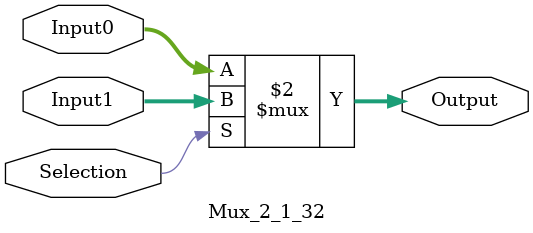
<source format=v>
module Mux_2_1_32(
    input [31:0] Input0,
    input [31:0] Input1,
    input Selection,
    output [31:0] Output
    );
assign Output = ~(Selection) ? Input0 : Input1;
endmodule
</source>
